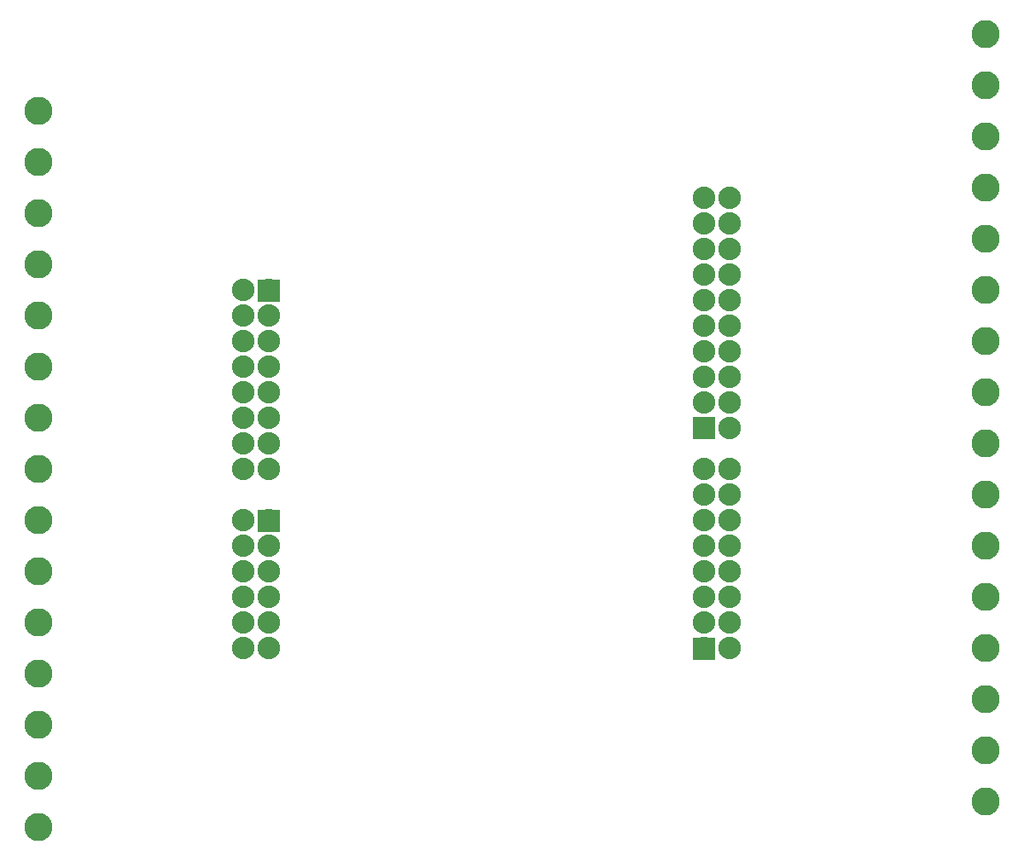
<source format=gbs>
G04 MADE WITH FRITZING*
G04 WWW.FRITZING.ORG*
G04 SINGLE SIDED*
G04 HOLES NOT PLATED*
G04 CONTOUR ON CENTER OF CONTOUR VECTOR*
%ASAXBY*%
%FSLAX23Y23*%
%MOIN*%
%OFA0B0*%
%SFA1.0B1.0*%
%ADD10C,0.088000*%
%ADD11C,0.109583*%
%ADD12R,0.088000X0.088000*%
%LNMASK0*%
G90*
G70*
G54D10*
X3652Y895D03*
X3752Y895D03*
X3652Y995D03*
X3752Y995D03*
X3652Y1095D03*
X3752Y1095D03*
X3652Y1195D03*
X3752Y1195D03*
X3652Y1295D03*
X3752Y1295D03*
X3652Y1395D03*
X3752Y1395D03*
X3652Y1495D03*
X3752Y1495D03*
X3652Y1595D03*
X3752Y1595D03*
X3652Y1757D03*
X3752Y1757D03*
X3652Y1857D03*
X3752Y1857D03*
X3652Y1957D03*
X3752Y1957D03*
X3652Y2057D03*
X3752Y2057D03*
X3652Y2157D03*
X3752Y2157D03*
X3652Y2257D03*
X3752Y2257D03*
X3652Y2357D03*
X3752Y2357D03*
X3652Y2457D03*
X3752Y2457D03*
X3652Y2557D03*
X3752Y2557D03*
X3652Y2657D03*
X3752Y2657D03*
X1952Y2295D03*
X1852Y2295D03*
X1952Y2195D03*
X1852Y2195D03*
X1952Y2095D03*
X1852Y2095D03*
X1952Y1995D03*
X1852Y1995D03*
X1952Y1895D03*
X1852Y1895D03*
X1952Y1795D03*
X1852Y1795D03*
X1952Y1695D03*
X1852Y1695D03*
X1952Y1595D03*
X1852Y1595D03*
X1952Y1395D03*
X1852Y1395D03*
X1952Y1295D03*
X1852Y1295D03*
X1952Y1195D03*
X1852Y1195D03*
X1952Y1095D03*
X1852Y1095D03*
X1952Y995D03*
X1852Y995D03*
X1952Y895D03*
X1852Y895D03*
G54D11*
X4752Y2895D03*
X4752Y3095D03*
X4752Y3295D03*
X4752Y2295D03*
X4752Y2495D03*
X4752Y2695D03*
X4752Y1695D03*
X4752Y1895D03*
X4752Y2095D03*
X4752Y1295D03*
X4752Y1495D03*
X4752Y695D03*
X4752Y895D03*
X4752Y1095D03*
X4752Y295D03*
X4752Y495D03*
X1052Y2995D03*
X1052Y2795D03*
X1052Y2595D03*
X1052Y2395D03*
X1052Y2195D03*
X1052Y1995D03*
X1052Y1795D03*
X1052Y1595D03*
X1052Y595D03*
X1052Y395D03*
X1052Y195D03*
X1052Y995D03*
X1052Y795D03*
X1052Y1395D03*
X1052Y1195D03*
G54D12*
X1952Y1394D03*
X3652Y1757D03*
X3652Y894D03*
X1952Y2294D03*
G04 End of Mask0*
M02*
</source>
